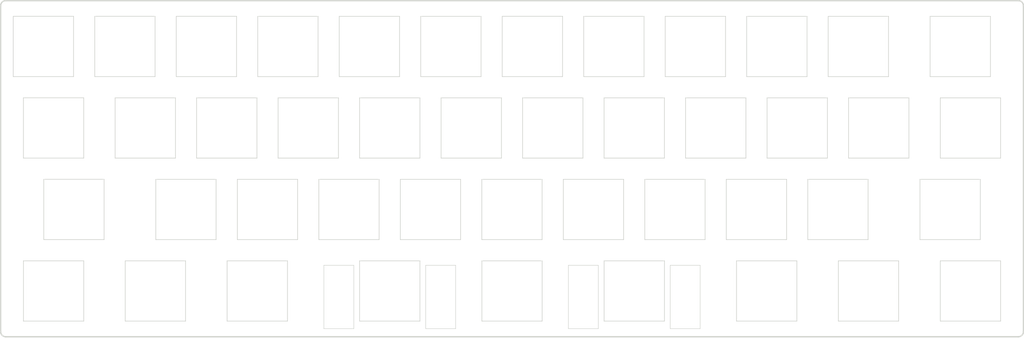
<source format=kicad_pcb>
(kicad_pcb (version 20240108) (generator "pcbnew") (generator_version "8.0")
  (layers (0 "F.Cu" signal) (31 "B.Cu" signal) (34 "B.Paste" user) (35 "F.Paste" user) (36 "B.SilkS" user "B.Silkscreen") (37 "F.SilkS" user "F.Silkscreen") (38 "B.Mask" user) (39 "F.Mask" user) (44 "Edge.Cuts" user))
  (net 0 "")
  (footprint "kbd_SW_Hole:SW_Hole_1u" (layer "F.Cu") (at 78.8 51.61375)
    (property "Reference" "SW10" (hide yes))
    (property "Value" "SW_Push" (hide yes))
    (fp_line (start -7.05 -7.05) (end 7.05 -7.05) (stroke (width 0.15)) (layer "Edge.Cuts"))
    (fp_line (start -7.05 7.05) (end -7.05 -7.05) (stroke (width 0.15)) (layer "Edge.Cuts"))
    (fp_line (start 7.05 -7.05) (end 7.05 7.05) (stroke (width 0.15)) (layer "Edge.Cuts"))
    (fp_line (start 7.05 7.05) (end -7.05 7.05) (stroke (width 0.15)) (layer "Edge.Cuts"))
  )
  (footprint "kbd_SW_Hole:SW_Hole_1.25u" (layer "F.Cu") (at 43.08125 108.77)
    (property "Reference" "SW5" (hide yes))
    (property "Value" "SW_Push" (hide yes))
    (fp_line (start -7.05 -7.05) (end 7.05 -7.05) (stroke (width 0.15)) (layer "Edge.Cuts"))
    (fp_line (start -7.05 7.05) (end -7.05 -7.05) (stroke (width 0.15)) (layer "Edge.Cuts"))
    (fp_line (start 7.05 -7.05) (end 7.05 7.05) (stroke (width 0.15)) (layer "Edge.Cuts"))
    (fp_line (start 7.05 7.05) (end -7.05 7.05) (stroke (width 0.15)) (layer "Edge.Cuts"))
  )
  (footprint "kbd_SW_Hole:SW_Hole_1u" (layer "F.Cu") (at 159.7625 70.67)
    (property "Reference" "SW27" (hide yes))
    (property "Value" "SW_Push" (hide yes))
    (fp_line (start -7.05 -7.05) (end 7.05 -7.05) (stroke (width 0.15)) (layer "Edge.Cuts"))
    (fp_line (start -7.05 7.05) (end -7.05 -7.05) (stroke (width 0.15)) (layer "Edge.Cuts"))
    (fp_line (start 7.05 -7.05) (end 7.05 7.05) (stroke (width 0.15)) (layer "Edge.Cuts"))
    (fp_line (start 7.05 7.05) (end -7.05 7.05) (stroke (width 0.15)) (layer "Edge.Cuts"))
  )
  (footprint "kbd_SW_Hole:SW_Hole_1u" (layer "F.Cu") (at 131.175 89.72)
    (property "Reference" "SW20" (hide yes))
    (property "Value" "SW_Push" (hide yes))
    (fp_line (start -7.05 -7.05) (end 7.05 -7.05) (stroke (width 0.15)) (layer "Edge.Cuts"))
    (fp_line (start -7.05 7.05) (end -7.05 -7.05) (stroke (width 0.15)) (layer "Edge.Cuts"))
    (fp_line (start 7.05 -7.05) (end 7.05 7.05) (stroke (width 0.15)) (layer "Edge.Cuts"))
    (fp_line (start 7.05 7.05) (end -7.05 7.05) (stroke (width 0.15)) (layer "Edge.Cuts"))
  )
  (footprint "kbd_SW_Hole:SW_Hole_1u" (layer "F.Cu") (at 64.5125 70.67)
    (property "Reference" "SW7" (hide yes))
    (property "Value" "SW_Push" (hide yes))
    (fp_line (start -7.05 -7.05) (end 7.05 -7.05) (stroke (width 0.15)) (layer "Edge.Cuts"))
    (fp_line (start -7.05 7.05) (end -7.05 -7.05) (stroke (width 0.15)) (layer "Edge.Cuts"))
    (fp_line (start 7.05 -7.05) (end 7.05 7.05) (stroke (width 0.15)) (layer "Edge.Cuts"))
    (fp_line (start 7.05 7.05) (end -7.05 7.05) (stroke (width 0.15)) (layer "Edge.Cuts"))
  )
  (footprint "kbd_SW_Hole:SW_Hole_1u" (layer "F.Cu") (at 112.125 89.72)
    (property "Reference" "SW16" (hide yes))
    (property "Value" "SW_Push" (hide yes))
    (fp_line (start -7.05 -7.05) (end 7.05 -7.05) (stroke (width 0.15)) (layer "Edge.Cuts"))
    (fp_line (start -7.05 7.05) (end -7.05 -7.05) (stroke (width 0.15)) (layer "Edge.Cuts"))
    (fp_line (start 7.05 -7.05) (end 7.05 7.05) (stroke (width 0.15)) (layer "Edge.Cuts"))
    (fp_line (start 7.05 7.05) (end -7.05 7.05) (stroke (width 0.15)) (layer "Edge.Cuts"))
  )
  (footprint "kbd_SW_Hole:SW_Hole_1.25u" (layer "F.Cu") (at 209.76875 108.77)
    (property "Reference" "SW29" (hide yes))
    (property "Value" "SW_Push" (hide yes))
    (fp_line (start -7.05 -7.05) (end 7.05 -7.05) (stroke (width 0.15)) (layer "Edge.Cuts"))
    (fp_line (start -7.05 7.05) (end -7.05 -7.05) (stroke (width 0.15)) (layer "Edge.Cuts"))
    (fp_line (start 7.05 -7.05) (end 7.05 7.05) (stroke (width 0.15)) (layer "Edge.Cuts"))
    (fp_line (start 7.05 7.05) (end -7.05 7.05) (stroke (width 0.15)) (layer "Edge.Cuts"))
  )
  (footprint "kbd_SW_Hole:SW_Hole_1u" (layer "F.Cu") (at 231.2 51.62)
    (property "Reference" "SW41" (hide yes))
    (property "Value" "SW_Push" (hide yes))
    (fp_line (start -7.05 -7.05) (end 7.05 -7.05) (stroke (width 0.15)) (layer "Edge.Cuts"))
    (fp_line (start -7.05 7.05) (end -7.05 -7.05) (stroke (width 0.15)) (layer "Edge.Cuts"))
    (fp_line (start 7.05 -7.05) (end 7.05 7.05) (stroke (width 0.15)) (layer "Edge.Cuts"))
    (fp_line (start 7.05 7.05) (end -7.05 7.05) (stroke (width 0.15)) (layer "Edge.Cuts"))
  )
  (footprint "kbd_Hole:m2_Screw_Hole" (layer "F.Cu") (at 245.25472 61.62125)
    (property "Reference" "Ref**")
    (property "Value" "Val**")
    (pad "" np_thru_hole circle (at 0 0) (size 2.2 2.2) (drill 2.2) (layers "*.Cu" "*.Mask"))
  )
  (footprint "kbd_SW_Hole:SW_Hole_1u" (layer "F.Cu") (at 150.225 89.72)
    (property "Reference" "SW24" (hide yes))
    (property "Value" "SW_Push" (hide yes))
    (fp_line (start -7.05 -7.05) (end 7.05 -7.05) (stroke (width 0.15)) (layer "Edge.Cuts"))
    (fp_line (start -7.05 7.05) (end -7.05 -7.05) (stroke (width 0.15)) (layer "Edge.Cuts"))
    (fp_line (start 7.05 -7.05) (end 7.05 7.05) (stroke (width 0.15)) (layer "Edge.Cuts"))
    (fp_line (start 7.05 7.05) (end -7.05 7.05) (stroke (width 0.15)) (layer "Edge.Cuts"))
  )
  (footprint "kbd_SW_Hole:SW_Hole_1u" (layer "F.Cu") (at 59.75 51.61375)
    (property "Reference" "SW6" (hide yes))
    (property "Value" "SW_Push" (hide yes))
    (fp_line (start -7.05 -7.05) (end 7.05 -7.05) (stroke (width 0.15)) (layer "Edge.Cuts"))
    (fp_line (start -7.05 7.05) (end -7.05 -7.05) (stroke (width 0.15)) (layer "Edge.Cuts"))
    (fp_line (start 7.05 -7.05) (end 7.05 7.05) (stroke (width 0.15)) (layer "Edge.Cuts"))
    (fp_line (start 7.05 7.05) (end -7.05 7.05) (stroke (width 0.15)) (layer "Edge.Cuts"))
  )
  (footprint "kbd_Hole:m2_Screw_Hole" (layer "F.Cu") (at 266.68642 82.814375)
    (property "Reference" "Ref**")
    (property "Value" "Val**")
    (pad "" np_thru_hole circle (at 0 0) (size 2.2 2.2) (drill 2.2) (layers "*.Cu" "*.Mask"))
  )
  (footprint "kbd_SW_Hole:SW_Hole_1u" (layer "F.Cu") (at 235.9625 70.67)
    (property "Reference" "SW42" (hide yes))
    (property "Value" "SW_Push" (hide yes))
    (fp_line (start -7.05 -7.05) (end 7.05 -7.05) (stroke (width 0.15)) (layer "Edge.Cuts"))
    (fp_line (start -7.05 7.05) (end -7.05 -7.05) (stroke (width 0.15)) (layer "Edge.Cuts"))
    (fp_line (start 7.05 -7.05) (end 7.05 7.05) (stroke (width 0.15)) (layer "Edge.Cuts"))
    (fp_line (start 7.05 7.05) (end -7.05 7.05) (stroke (width 0.15)) (layer "Edge.Cuts"))
  )
  (footprint "kbd_SW_Hole:SW_Hole_1u" (layer "F.Cu") (at 226.425 89.72)
    (property "Reference" "SW40" (hide yes))
    (property "Value" "SW_Push" (hide yes))
    (fp_line (start -7.05 -7.05) (end 7.05 -7.05) (stroke (width 0.15)) (layer "Edge.Cuts"))
    (fp_line (start -7.05 7.05) (end -7.05 -7.05) (stroke (width 0.15)) (layer "Edge.Cuts"))
    (fp_line (start 7.05 -7.05) (end 7.05 7.05) (stroke (width 0.15)) (layer "Edge.Cuts"))
    (fp_line (start 7.05 7.05) (end -7.05 7.05) (stroke (width 0.15)) (layer "Edge.Cuts"))
  )
  (footprint "kbd_SW_Hole:SW_Hole_1u" (layer "F.Cu") (at 216.9125 70.67)
    (property "Reference" "SW39" (hide yes))
    (property "Value" "SW_Push" (hide yes))
    (fp_line (start -7.05 -7.05) (end 7.05 -7.05) (stroke (width 0.15)) (layer "Edge.Cuts"))
    (fp_line (start -7.05 7.05) (end -7.05 -7.05) (stroke (width 0.15)) (layer "Edge.Cuts"))
    (fp_line (start 7.05 -7.05) (end 7.05 7.05) (stroke (width 0.15)) (layer "Edge.Cuts"))
    (fp_line (start 7.05 7.05) (end -7.05 7.05) (stroke (width 0.15)) (layer "Edge.Cuts"))
  )
  (footprint "kbd_SW_Hole:SW_Hole_1.25u" (layer "F.Cu") (at 43.07375 70.66375)
    (property "Reference" "SW3" (hide yes))
    (property "Value" "SW_Push" (hide yes))
    (fp_line (start -7.05 -7.05) (end 7.05 -7.05) (stroke (width 0.15)) (layer "Edge.Cuts"))
    (fp_line (start -7.05 7.05) (end -7.05 -7.05) (stroke (width 0.15)) (layer "Edge.Cuts"))
    (fp_line (start 7.05 -7.05) (end 7.05 7.05) (stroke (width 0.15)) (layer "Edge.Cuts"))
    (fp_line (start 7.05 7.05) (end -7.05 7.05) (stroke (width 0.15)) (layer "Edge.Cuts"))
  )
  (footprint "kbd_SW_Hole:SW_Hole_1u" (layer "F.Cu") (at 102.6125 70.67)
    (property "Reference" "SW15" (hide yes))
    (property "Value" "SW_Push" (hide yes))
    (fp_line (start -7.05 -7.05) (end 7.05 -7.05) (stroke (width 0.15)) (layer "Edge.Cuts"))
    (fp_line (start -7.05 7.05) (end -7.05 -7.05) (stroke (width 0.15)) (layer "Edge.Cuts"))
    (fp_line (start 7.05 -7.05) (end 7.05 7.05) (stroke (width 0.15)) (layer "Edge.Cuts"))
    (fp_line (start 7.05 7.05) (end -7.05 7.05) (stroke (width 0.15)) (layer "Edge.Cuts"))
  )
  (footprint "kbd_Hole:m2_Screw_Hole" (layer "F.Cu") (at 178.81645 98.11375)
    (property "Reference" "Ref**")
    (property "Value" "Val**")
    (pad "" np_thru_hole circle (at 0 0) (size 2.2 2.2) (drill 2.2) (layers "*.Cu" "*.Mask"))
  )
  (footprint "kbd_SW_Hole:SW_Hole_1u" (layer "F.Cu") (at 93.075 89.72)
    (property "Reference" "SW12" (hide yes))
    (property "Value" "SW_Push" (hide yes))
    (fp_line (start -7.05 -7.05) (end 7.05 -7.05) (stroke (width 0.15)) (layer "Edge.Cuts"))
    (fp_line (start -7.05 7.05) (end -7.05 -7.05) (stroke (width 0.15)) (layer "Edge.Cuts"))
    (fp_line (start 7.05 -7.05) (end 7.05 7.05) (stroke (width 0.15)) (layer "Edge.Cuts"))
    (fp_line (start 7.05 7.05) (end -7.05 7.05) (stroke (width 0.15)) (layer "Edge.Cuts"))
  )
  (footprint "kbd_SW_Hole:SW_Hole_1u" (layer "F.Cu") (at 197.8625 70.67)
    (property "Reference" "SW35" (hide yes))
    (property "Value" "SW_Push" (hide yes))
    (fp_line (start -7.05 -7.05) (end 7.05 -7.05) (stroke (width 0.15)) (layer "Edge.Cuts"))
    (fp_line (start -7.05 7.05) (end -7.05 -7.05) (stroke (width 0.15)) (layer "Edge.Cuts"))
    (fp_line (start 7.05 -7.05) (end 7.05 7.05) (stroke (width 0.15)) (layer "Edge.Cuts"))
    (fp_line (start 7.05 7.05) (end -7.05 7.05) (stroke (width 0.15)) (layer "Edge.Cuts"))
  )
  (footprint "kbd_SW_Hole:SW_Hole_1.5u" (layer "F.Cu") (at 255.02375 51.62)
    (property "Reference" "SW44" (hide yes))
    (property "Value" "SW_Push" (hide yes))
    (fp_line (start -7.05 -7.05) (end 7.05 -7.05) (stroke (width 0.15)) (layer "Edge.Cuts"))
    (fp_line (start -7.05 7.05) (end -7.05 -7.05) (stroke (width 0.15)) (layer "Edge.Cuts"))
    (fp_line (start 7.05 -7.05) (end 7.05 7.05) (stroke (width 0.15)) (layer "Edge.Cuts"))
    (fp_line (start 7.05 7.05) (end -7.05 7.05) (stroke (width 0.15)) (layer "Edge.Cuts"))
  )
  (footprint "kbd_Hole:m2_Screw_Hole" (layer "F.Cu") (at 245.49285 115.675625)
    (property "Reference" "Ref**")
    (property "Value" "Val**")
    (pad "" np_thru_hole circle (at 0 0) (size 2.2 2.2) (drill 2.2) (layers "*.Cu" "*.Mask"))
  )
  (footprint "kbd_SW_Hole:SW_Hole_1u" (layer "F.Cu") (at 188.325 89.72)
    (property "Reference" "SW32" (hide yes))
    (property "Value" "SW_Push" (hide yes))
    (fp_line (start -7.05 -7.05) (end 7.05 -7.05) (stroke (width 0.15)) (layer "Edge.Cuts"))
    (fp_line (start -7.05 7.05) (end -7.05 -7.05) (stroke (width 0.15)) (layer "Edge.Cuts"))
    (fp_line (start 7.05 -7.05) (end 7.05 7.05) (stroke (width 0.15)) (layer "Edge.Cuts"))
    (fp_line (start 7.05 7.05) (end -7.05 7.05) (stroke (width 0.15)) (layer "Edge.Cuts"))
  )
  (footprint "kbd_Hole:m2_Screw_Hole" (layer "F.Cu") (at 33.79528 82.814375)
    (property "Reference" "Ref**")
    (property "Value" "Val**")
    (pad "" np_thru_hole circle (at 0 0) (size 2.2 2.2) (drill 2.2) (layers "*.Cu" "*.Mask"))
  )
  (footprint "kbd_SW_Hole:SW_Hole_1.75u" (layer "F.Cu") (at 47.83375 89.71375)
    (property "Reference" "SW4" (hide yes))
    (property "Value" "SW_Push" (hide yes))
    (fp_line (start -7.05 -7.05) (end 7.05 -7.05) (stroke (width 0.15)) (layer "Edge.Cuts"))
    (fp_line (start -7.05 7.05) (end -7.05 -7.05) (stroke (width 0.15)) (layer "Edge.Cuts"))
    (fp_line (start 7.05 -7.05) (end 7.05 7.05) (stroke (width 0.15)) (layer "Edge.Cuts"))
    (fp_line (start 7.05 7.05) (end -7.05 7.05) (stroke (width 0.15)) (layer "Edge.Cuts"))
  )
  (footprint "kbd_SW_Hole:SW_Hole_1u" (layer "F.Cu") (at 207.375 89.72)
    (property "Reference" "SW36" (hide yes))
    (property "Value" "SW_Push" (hide yes))
    (fp_line (start -7.05 -7.05) (end 7.05 -7.05) (stroke (width 0.15)) (layer "Edge.Cuts"))
    (fp_line (start -7.05 7.05) (end -7.05 -7.05) (stroke (width 0.15)) (layer "Edge.Cuts"))
    (fp_line (start 7.05 -7.05) (end 7.05 7.05) (stroke (width 0.15)) (layer "Edge.Cuts"))
    (fp_line (start 7.05 7.05) (end -7.05 7.05) (stroke (width 0.15)) (layer "Edge.Cuts"))
  )
  (footprint "kbd_SW_Hole:SW_Hole_1u" (layer "F.Cu") (at 121.6625 70.67)
    (property "Reference" "SW19" (hide yes))
    (property "Value" "SW_Push" (hide yes))
    (fp_line (start -7.05 -7.05) (end 7.05 -7.05) (stroke (width 0.15)) (layer "Edge.Cuts"))
    (fp_line (start -7.05 7.05) (end -7.05 -7.05) (stroke (width 0.15)) (layer "Edge.Cuts"))
    (fp_line (start 7.05 -7.05) (end 7.05 7.05) (stroke (width 0.15)) (layer "Edge.Cuts"))
    (fp_line (start 7.05 7.05) (end -7.05 7.05) (stroke (width 0.15)) (layer "Edge.Cuts"))
  )
  (footprint "kbd_SW_Hole:SW_Hole_1u" (layer "F.Cu") (at 178.8125 70.67)
    (property "Reference" "SW31" (hide yes))
    (property "Value" "SW_Push" (hide yes))
    (fp_line (start -7.05 -7.05) (end 7.05 -7.05) (stroke (width 0.15)) (layer "Edge.Cuts"))
    (fp_line (start -7.05 7.05) (end -7.05 -7.05) (stroke (width 0.15)) (layer "Edge.Cuts"))
    (fp_line (start 7.05 -7.05) (end 7.05 7.05) (stroke (width 0.15)) (layer "Edge.Cuts"))
    (fp_line (start 7.05 7.05) (end -7.05 7.05) (stroke (width 0.15)) (layer "Edge.Cuts"))
  )
  (footprint "kbd_SW_Hole:SW_Hole_1u" (layer "F.Cu") (at 83.5625 70.67)
    (property "Reference" "SW11" (hide yes))
    (property "Value" "SW_Push" (hide yes))
    (fp_line (start -7.05 -7.05) (end 7.05 -7.05) (stroke (width 0.15)) (layer "Edge.Cuts"))
    (fp_line (start -7.05 7.05) (end -7.05 -7.05) (stroke (width 0.15)) (layer "Edge.Cuts"))
    (fp_line (start 7.05 -7.05) (end 7.05 7.05) (stroke (width 0.15)) (layer "Edge.Cuts"))
    (fp_line (start 7.05 7.05) (end -7.05 7.05) (stroke (width 0.15)) (layer "Edge.Cuts"))
  )
  (footprint "kbd_SW_Hole:SW_Hole_1u" (layer "F.Cu") (at 40.69375 51.61375)
    (property "Reference" "SW2" (hide yes))
    (property "Value" "SW_Push" (hide yes))
    (fp_line (start -7.05 -7.05) (end 7.05 -7.05) (stroke (width 0.15)) (layer "Edge.Cuts"))
    (fp_line (start -7.05 7.05) (end -7.05 -7.05) (stroke (width 0.15)) (layer "Edge.Cuts"))
    (fp_line (start 7.05 -7.05) (end 7.05 7.05) (stroke (width 0.15)) (layer "Edge.Cuts"))
    (fp_line (start 7.05 7.05) (end -7.05 7.05) (stroke (width 0.15)) (layer "Edge.Cuts"))
  )
  (footprint "kbd_SW_Hole:SW_Hole_1u" (layer "F.Cu") (at 150.24 108.77)
    (property "Reference" "SW21" (hide yes))
    (property "Value" "SW_Push" (hide yes))
    (fp_line (start -7.05 -7.05) (end 7.05 -7.05) (stroke (width 0.15)) (layer "Edge.Cuts"))
    (fp_line (start -7.05 7.05) (end -7.05 -7.05) (stroke (width 0.15)) (layer "Edge.Cuts"))
    (fp_line (start 7.05 -7.05) (end 7.05 7.05) (stroke (width 0.15)) (layer "Edge.Cuts"))
    (fp_line (start 7.05 7.05) (end -7.05 7.05) (stroke (width 0.15)) (layer "Edge.Cuts"))
  )
  (footprint "kbd_SW_Hole:SW_Hole_1.25u" (layer "F.Cu") (at 90.695 108.77)
    (property "Reference" "SW13" (hide yes))
    (property "Value" "SW_Push" (hide yes))
    (fp_line (start -7.05 -7.05) (end 7.05 -7.05) (stroke (width 0.15)) (layer "Edge.Cuts"))
    (fp_line (start -7.05 7.05) (end -7.05 -7.05) (stroke (width 0.15)) (layer "Edge.Cuts"))
    (fp_line (start 7.05 -7.05) (end 7.05 7.05) (stroke (width 0.15)) (layer "Edge.Cuts"))
    (fp_line (start 7.05 7.05) (end -7.05 7.05) (stroke (width 0.15)) (layer "Edge.Cuts"))
  )
  (footprint "kbd_SW_Hole:SW_Hole_1u" (layer "F.Cu") (at 97.85 51.62)
    (property "Reference" "SW14" (hide yes))
    (property "Value" "SW_Push" (hide yes))
    (fp_line (start -7.05 -7.05) (end 7.05 -7.05) (stroke (width 0.15)) (layer "Edge.Cuts"))
    (fp_line (start -7.05 7.05) (end -7.05 -7.05) (stroke (width 0.15)) (layer "Edge.Cuts"))
    (fp_line (start 7.05 -7.05) (end 7.05 7.05) (stroke (width 0.15)) (layer "Edge.Cuts"))
    (fp_line (start 7.05 7.05) (end -7.05 7.05) (stroke (width 0.15)) (layer "Edge.Cuts"))
  )
  (footprint "kbd_SW_Hole:SW_Hole_2u" (layer "F.Cu") (at 121.65875 108.77)
    (property "Reference" "SW17" (hide yes))
    (property "Value" "SW_Push" (hide yes))
    (fp_line (start -15.4 -6) (end -8.4 -6) (stroke (width 0.12)) (layer "Edge.Cuts"))
    (fp_line (start -15.4 8.8) (end -15.4 -6) (stroke (width 0.12)) (layer "Edge.Cuts"))
    (fp_line (start -8.4 -6) (end -8.4 8.8) (stroke (width 0.12)) (layer "Edge.Cuts"))
    (fp_line (start -8.4 8.8) (end -15.4 8.8) (stroke (width 0.12)) (layer "Edge.Cuts"))
    (fp_line (start -7.05 -7.05) (end 7.05 -7.05) (stroke (width 0.15)) (layer "Edge.Cuts"))
    (fp_line (start -7.05 7.05) (end -7.05 -7.05) (stroke (width 0.15)) (layer "Edge.Cuts"))
    (fp_line (start 7.05 -7.05) (end 7.05 7.05) (stroke (width 0.15)) (layer "Edge.Cuts"))
    (fp_line (start 7.05 7.05) (end -7.05 7.05) (stroke (width 0.15)) (layer "Edge.Cuts"))
    (fp_line (start 8.4 -6) (end 8.4 8.8) (stroke (width 0.12)) (layer "Edge.Cuts"))
    (fp_line (start 8.4 8.8) (end 15.4 8.8) (stroke (width 0.12)) (layer "Edge.Cuts"))
    (fp_line (start 15.4 -6) (end 8.4 -6) (stroke (width 0.12)) (layer "Edge.Cuts"))
    (fp_line (start 15.4 8.8) (end 15.4 -6) (stroke (width 0.12)) (layer "Edge.Cuts"))
  )
  (footprint "kbd_Hole:m2_Screw_Hole" (layer "F.Cu") (at 54.98885 115.675625)
    (property "Reference" "Ref**")
    (property "Value" "Val**")
    (pad "" np_thru_hole circle (at 0 0) (size 2.2 2.2) (drill 2.2) (layers "*.Cu" "*.Mask"))
  )
  (footprint "kbd_SW_Hole:SW_Hole_1u" (layer "F.Cu") (at 212.15 51.62)
    (property "Reference" "SW38" (hide yes))
    (property "Value" "SW_Push" (hide yes))
    (fp_line (start -7.05 -7.05) (end 7.05 -7.05) (stroke (width 0.15)) (layer "Edge.Cuts"))
    (fp_line (start -7.05 7.05) (end -7.05 -7.05) (stroke (width 0.15)) (layer "Edge.Cuts"))
    (fp_line (start 7.05 -7.05) (end 7.05 7.05) (stroke (width 0.15)) (layer "Edge.Cuts"))
    (fp_line (start 7.05 7.05) (end -7.05 7.05) (stroke (width 0.15)) (layer "Edge.Cuts"))
  )
  (footprint "kbd_SW_Hole:SW_Hole_1u" (layer "F.Cu") (at 74.01625 89.72)
    (property "Reference" "SW8" (hide yes))
    (property "Value" "SW_Push" (hide yes))
    (fp_line (start -7.05 -7.05) (end 7.05 -7.05) (stroke (width 0.15)) (layer "Edge.Cuts"))
    (fp_line (start -7.05 7.05) (end -7.05 -7.05) (stroke (width 0.15)) (layer "Edge.Cuts"))
    (fp_line (start 7.05 -7.05) (end 7.05 7.05) (stroke (width 0.15)) (layer "Edge.Cuts"))
    (fp_line (start 7.05 7.05) (end -7.05 7.05) (stroke (width 0.15)) (layer "Edge.Cuts"))
  )
  (footprint "kbd_SW_Hole:SW_Hole_1u" (layer "F.Cu") (at 155 51.61375)
    (property "Reference" "SW26" (hide yes))
    (property "Value" "SW_Push" (hide yes))
    (fp_line (start -7.05 -7.05) (end 7.05 -7.05) (stroke (width 0.15)) (layer "Edge.Cuts"))
    (fp_line (start -7.05 7.05) (end -7.05 -7.05) (stroke (width 0.15)) (layer "Edge.Cuts"))
    (fp_line (start 7.05 -7.05) (end 7.05 7.05) (stroke (width 0.15)) (layer "Edge.Cuts"))
    (fp_line (start 7.05 7.05) (end -7.05 7.05) (stroke (width 0.15)) (layer "Edge.Cuts"))
  )
  (footprint "kbd_Hole:m2_Screw_Hole" (layer "F.Cu") (at 74.03925 61.62125)
    (property "Reference" "Ref**")
    (property "Value" "Val**")
    (pad "" np_thru_hole circle (at 0 0) (size 2.2 2.2) (drill 2.2) (layers "*.Cu" "*.Mask"))
  )
  (footprint "kbd_SW_Hole:SW_Hole_1.25u" (layer "F.Cu") (at 233.56635 108.77)
    (property "Reference" "SW33" (hide yes))
    (property "Value" "SW_Push" (hide yes))
    (fp_line (start -7.05 -7.05) (end 7.05 -7.05) (stroke (width 0.15)) (layer "Edge.Cuts"))
    (fp_line (start -7.05 7.05) (end -7.05 -7.05) (stroke (width 0.15)) (layer "Edge.Cuts"))
    (fp_line (start 7.05 -7.05) (end 7.05 7.05) (stroke (width 0.15)) (layer "Edge.Cuts"))
    (fp_line (start 7.05 7.05) (end -7.05 7.05) (stroke (width 0.15)) (layer "Edge.Cuts"))
  )
  (footprint "kbd_SW_Hole:SW_Hole_1.25u" (layer "F.Cu") (at 257.39935 108.77)
    (property "Reference" "SW37" (hide yes))
    (property "Value" "SW_Push" (hide yes))
    (fp_line (start -7.05 -7.05) (end 7.05 -7.05) (stroke (width 0.15)) (layer "Edge.Cuts"))
    (fp_line (start -7.05 7.05) (end -7.05 -7.05) (stroke (width 0.15)) (layer "Edge.Cuts"))
    (fp_line (start 7.05 -7.05) (end 7.05 7.05) (stroke (width 0.15)) (layer "Edge.Cuts"))
    (fp_line (start 7.05 7.05) (end -7.05 7.05) (stroke (width 0.15)) (layer "Edge.Cuts"))
  )
  (footprint "kbd_SW_Hole:SW_Hole_1u" (layer "F.Cu") (at 174.05 51.62)
    (property "Reference" "SW30" (hide yes))
    (property "Value" "SW_Push" (hide yes))
    (fp_line (start -7.05 -7.05) (end 7.05 -7.05) (stroke (width 0.15)) (layer "Edge.Cuts"))
    (fp_line (start -7.05 7.05) (end -7.05 -7.05) (stroke (width 0.15)) (layer "Edge.Cuts"))
    (fp_line (start 7.05 -7.05) (end 7.05 7.05) (stroke (width 0.15)) (layer "Edge.Cuts"))
    (fp_line (start 7.05 7.05) (end -7.05 7.05) (stroke (width 0.15)) (layer "Edge.Cuts"))
  )
  (footprint "kbd_SW_Hole:SW_Hole_1u" (layer "F.Cu") (at 116.9 51.62)
    (property "Reference" "SW18" (hide yes))
    (property "Value" "SW_Push" (hide yes))
    (fp_line (start -7.05 -7.05) (end 7.05 -7.05) (stroke (width 0.15)) (layer "Edge.Cuts"))
    (fp_line (start -7.05 7.05) (end -7.05 -7.05) (stroke (width 0.15)) (layer "Edge.Cuts"))
    (fp_line (start 7.05 -7.05) (end 7.05 7.05) (stroke (width 0.15)) (layer "Edge.Cuts"))
    (fp_line (start 7.05 7.05) (end -7.05 7.05) (stroke (width 0.15)) (layer "Edge.Cuts"))
  )
  (footprint "kbd_SW_Hole:SW_Hole_1u" (layer "F.Cu") (at 193.1 51.62)
    (property "Reference" "SW34" (hide yes))
    (property "Value" "SW_Push" (hide yes))
    (fp_line (start -7.05 -7.05) (end 7.05 -7.05) (stroke (width 0.15)) (layer "Edge.Cuts"))
    (fp_line (start -7.05 7.05) (end -7.05 -7.05) (stroke (width 0.15)) (layer "Edge.Cuts"))
    (fp_line (start 7.05 -7.05) (end 7.05 7.05) (stroke (width 0.15)) (layer "Edge.Cuts"))
    (fp_line (start 7.05 7.05) (end -7.05 7.05) (stroke (width 0.15)) (layer "Edge.Cuts"))
  )
  (footprint "kbd_SW_Hole:SW_Hole_2u" (layer "F.Cu") (at 178.81875 108.77)
    (property "Reference" "SW25" (hide yes))
    (property "Value" "SW_Push" (hide yes))
    (fp_line (start -15.4 -6) (end -8.4 -6) (stroke (width 0.12)) (layer "Edge.Cuts"))
    (fp_line (start -15.4 8.8) (end -15.4 -6) (stroke (width 0.12)) (layer "Edge.Cuts"))
    (fp_line (start -8.4 -6) (end -8.4 8.8) (stroke (width 0.12)) (layer "Edge.Cuts"))
    (fp_line (start -8.4 8.8) (end -15.4 8.8) (stroke (width 0.12)) (layer "Edge.Cuts"))
    (fp_line (start -7.05 -7.05) (end 7.05 -7.05) (stroke (width 0.15)) (layer "Edge.Cuts"))
    (fp_line (start -7.05 7.05) (end -7.05 -7.05) (stroke (width 0.15)) (layer "Edge.Cuts"))
    (fp_line (start 7.05 -7.05) (end 7.05 7.05) (stroke (width 0.15)) (layer "Edge.Cuts"))
    (fp_line (start 7.05 7.05) (end -7.05 7.05) (stroke (width 0.15)) (layer "Edge.Cuts"))
    (fp_line (start 8.4 -6) (end 8.4 8.8) (stroke (width 0.12)) (layer "Edge.Cuts"))
    (fp_line (start 8.4 8.8) (end 15.4 8.8) (stroke (width 0.12)) (layer "Edge.Cuts"))
    (fp_line (start 15.4 -6) (end 8.4 -6) (stroke (width 0.12)) (layer "Edge.Cuts"))
    (fp_line (start 15.4 8.8) (end 15.4 -6) (stroke (width 0.12)) (layer "Edge.Cuts"))
  )
  (footprint "kbd_Hole:m2_Screw_Hole" (layer "F.Cu") (at 169.29125 61.62125)
    (property "Reference" "Ref**")
    (property "Value" "Val**")
    (pad "" np_thru_hole circle (at 0 0) (size 2.2 2.2) (drill 2.2) (layers "*.Cu" "*.Mask"))
  )
  (footprint "kbd_SW_Hole:SW_Hole_1u" (layer "F.Cu") (at 140.7125 70.67)
    (property "Reference" "SW23" (hide yes))
    (property "Value" "SW_Push" (hide yes))
    (fp_line (start -7.05 -7.05) (end 7.05 -7.05) (stroke (width 0.15)) (layer "Edge.Cuts"))
    (fp_line (start -7.05 7.05) (end -7.05 -7.05) (stroke (width 0.15)) (layer "Edge.Cuts"))
    (fp_line (start 7.05 -7.05) (end 7.05 7.05) (stroke (width 0.15)) (layer "Edge.Cuts"))
    (fp_line (start 7.05 7.05) (end -7.05 7.05) (stroke (width 0.15)) (layer "Edge.Cuts"))
  )
  (footprint "kbd_SW_Hole:SW_Hole_1u" (layer "F.Cu") (at 169.275 89.72)
    (property "Reference" "SW28" (hide yes))
    (property "Value" "SW_Push" (hide yes))
    (fp_line (start -7.05 -7.05) (end 7.05 -7.05) (stroke (width 0.15)) (layer "Edge.Cuts"))
    (fp_line (start -7.05 7.05) (end -7.05 -7.05) (stroke (width 0.15)) (layer "Edge.Cuts"))
    (fp_line (start 7.05 -7.05) (end 7.05 7.05) (stroke (width 0.15)) (layer "Edge.Cuts"))
    (fp_line (start 7.05 7.05) (end -7.05 7.05) (stroke (width 0.15)) (layer "Edge.Cuts"))
  )
  (footprint "kbd_SW_Hole:SW_Hole_1.75u" (layer "F.Cu") (at 252.65187 89.72)
    (property "Reference" "SW43" (hide yes))
    (property "Value" "SW_Push" (hide yes))
    (fp_line (start -7.05 -7.05) (end 7.05 -7.05) (stroke (width 0.15)) (layer "Edge.Cuts"))
    (fp_line (start -7.05 7.05) (end -7.05 -7.05) (stroke (width 0.15)) (layer "Edge.Cuts"))
    (fp_line (start 7.05 -7.05) (end 7.05 7.05) (stroke (width 0.15)) (layer "Edge.Cuts"))
    (fp_line (start 7.05 7.05) (end -7.05 7.05) (stroke (width 0.15)) (layer "Edge.Cuts"))
  )
  (footprint "kbd_SW_Hole:SW_Hole_1.25u" (layer "F.Cu") (at 257.40375 70.67375)
    (property "Reference" "SW45" (hide yes))
    (property "Value" "SW_Push" (hide yes))
    (fp_line (start -7.05 -7.05) (end 7.05 -7.05) (stroke (width 0.15)) (layer "Edge.Cuts"))
    (fp_line (start -7.05 7.05) (end -7.05 -7.05) (stroke (width 0.15)) (layer "Edge.Cuts"))
    (fp_line (start 7.05 -7.05) (end 7.05 7.05) (stroke (width 0.15)) (layer "Edge.Cuts"))
    (fp_line (start 7.05 7.05) (end -7.05 7.05) (stroke (width 0.15)) (layer "Edge.Cuts"))
  )
  (footprint "kbd_Hole:m2_Screw_Hole" (layer "F.Cu") (at 121.66525 98.11375)
    (property "Reference" "Ref**")
    (property "Value" "Val**")
    (pad "" np_thru_hole circle (at 0 0) (size 2.2 2.2) (drill 2.2) (layers "*.Cu" "*.Mask"))
  )
  (footprint "kbd_Hole:m2_Screw_Hole" (layer "F.Cu") (at 131.19045 61.62125)
    (property "Reference" "Ref**")
    (property "Value" "Val**")
    (pad "" np_thru_hole circle (at 0 0) (size 2.2 2.2) (drill 2.2) (layers "*.Cu" "*.Mask"))
  )
  (footprint "kbd_SW_Hole:SW_Hole_1u" (layer "F.Cu") (at 135.95 51.62)
    (property "Reference" "SW22" (hide yes))
    (property "Value" "SW_Push" (hide yes))
    (fp_line (start -7.05 -7.05) (end 7.05 -7.05) (stroke (width 0.15)) (layer "Edge.Cuts"))
    (fp_line (start -7.05 7.05) (end -7.05 -7.05) (stroke (width 0.15)) (layer "Edge.Cuts"))
    (fp_line (start 7.05 -7.05) (end 7.05 7.05) (stroke (width 0.15)) (layer "Edge.Cuts"))
    (fp_line (start 7.05 7.05) (end -7.05 7.05) (stroke (width 0.15)) (layer "Edge.Cuts"))
  )
  (footprint "kbd_SW_Hole:SW_Hole_1.25u" (layer "F.Cu") (at 66.87375 108.77)
    (property "Reference" "SW9" (hide yes))
    (property "Value" "SW_Push" (hide yes))
    (fp_line (start -7.05 -7.05) (end 7.05 -7.05) (stroke (width 0.15)) (layer "Edge.Cuts"))
    (fp_line (start -7.05 7.05) (end -7.05 -7.05) (stroke (width 0.15)) (layer "Edge.Cuts"))
    (fp_line (start 7.05 -7.05) (end 7.05 7.05) (stroke (width 0.15)) (layer "Edge.Cuts"))
    (fp_line (start 7.05 7.05) (end -7.05 7.05) (stroke (width 0.15)) (layer "Edge.Cuts"))
  )
  (gr_arc (start 269.78375 118.281836) (mid 269.435013 119.123721) (end 268.593125 119.472461) (stroke (width 0.3)) (layer "Edge.Cuts"))
  (gr_line (start 269.78375 42.095) (end 269.78375 118.281836) (stroke (width 0.3)) (layer "Edge.Cuts"))
  (gr_arc (start 268.591485 40.904375) (mid 269.433423 41.253066) (end 269.78211 42.095) (stroke (width 0.3)) (layer "Edge.Cuts"))
  (gr_arc (start 31.89023 119.474425) (mid 31.048336 119.125705) (end 30.69958 118.283825) (stroke (width 0.3)) (layer "Edge.Cuts"))
  (gr_line (start 30.69958 118.283825) (end 30.699565 42.094988) (stroke (width 0.3)) (layer "Edge.Cuts"))
  (gr_arc (start 30.699565 42.094988) (mid 31.048326 41.253092) (end 31.89024 40.904375) (stroke (width 0.3)) (layer "Edge.Cuts"))
  (gr_line (start 268.593125 119.47375) (end 31.89023 119.474425) (stroke (width 0.3)) (layer "Edge.Cuts"))
  (gr_line (start 31.89024 40.904375) (end 268.591485 40.904375) (stroke (width 0.3)) (layer "Edge.Cuts"))
)
</source>
